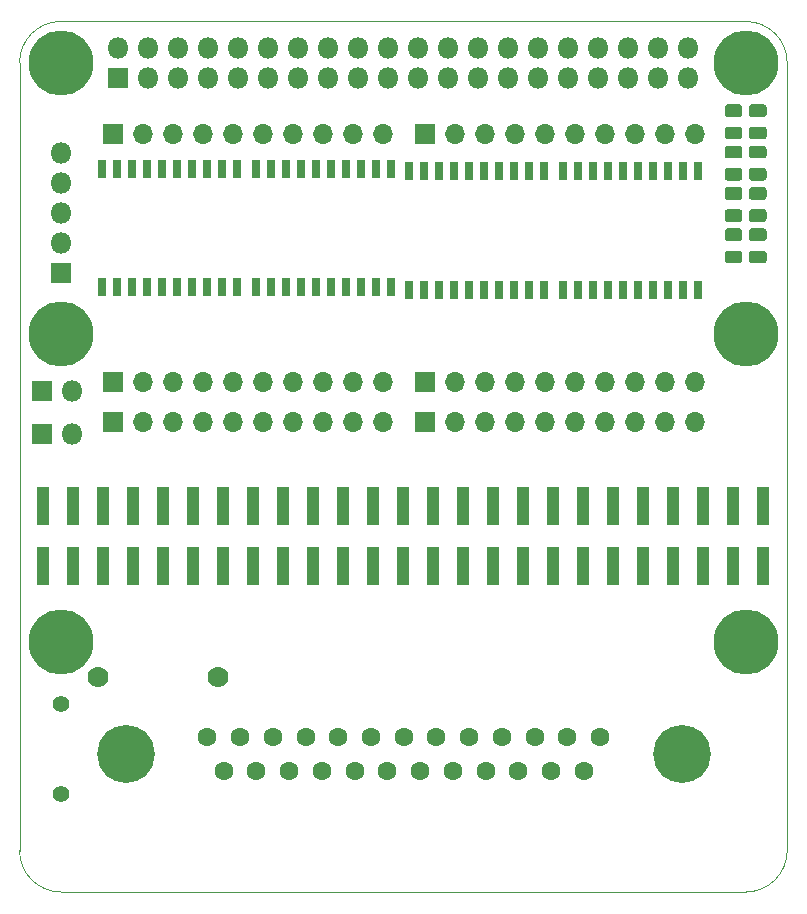
<source format=gbr>
%TF.GenerationSoftware,KiCad,Pcbnew,(5.1.4)-1*%
%TF.CreationDate,2020-08-14T14:12:09-05:00*%
%TF.ProjectId,rascsi_din,72617363-7369-45f6-9469-6e2e6b696361,rev?*%
%TF.SameCoordinates,Original*%
%TF.FileFunction,Soldermask,Top*%
%TF.FilePolarity,Negative*%
%FSLAX46Y46*%
G04 Gerber Fmt 4.6, Leading zero omitted, Abs format (unit mm)*
G04 Created by KiCad (PCBNEW (5.1.4)-1) date 2020-08-14 14:12:09*
%MOMM*%
%LPD*%
G04 APERTURE LIST*
%ADD10C,0.050000*%
%ADD11C,4.900000*%
%ADD12C,1.600000*%
%ADD13O,1.800000X1.800000*%
%ADD14R,1.800000X1.800000*%
%ADD15O,1.700000X1.700000*%
%ADD16R,1.700000X1.700000*%
%ADD17C,0.900000*%
%ADD18C,5.500000*%
%ADD19C,0.150000*%
%ADD20C,1.075000*%
%ADD21R,0.701600X1.601600*%
%ADD22R,1.100000X3.250000*%
%ADD23C,1.422400*%
%ADD24C,1.778000*%
G04 APERTURE END LIST*
D10*
X178000000Y-116200000D02*
X236000000Y-116200000D01*
X178000000Y-116200000D02*
G75*
G02X174500000Y-112700000I0J3500000D01*
G01*
X239500000Y-112700000D02*
G75*
G02X236000000Y-116200000I-3500000J0D01*
G01*
X174500000Y-46000000D02*
X174500000Y-112700000D01*
X239500000Y-46000000D02*
X239500000Y-112700000D01*
X178000000Y-42500000D02*
X236000000Y-42500000D01*
X174500000Y-46000000D02*
G75*
G02X178000000Y-42500000I3500000J0D01*
G01*
X236000000Y-42500000D02*
G75*
G02X239500000Y-46000000I0J-3500000D01*
G01*
D11*
%TO.C,J2*%
X183480000Y-104510000D03*
X230580000Y-104510000D03*
D12*
X191795000Y-105930000D03*
X194565000Y-105930000D03*
X197335000Y-105930000D03*
X200105000Y-105930000D03*
X202875000Y-105930000D03*
X205645000Y-105930000D03*
X208415000Y-105930000D03*
X211185000Y-105930000D03*
X213955000Y-105930000D03*
X216725000Y-105930000D03*
X219495000Y-105930000D03*
X222265000Y-105930000D03*
X190410000Y-103090000D03*
X193180000Y-103090000D03*
X195950000Y-103090000D03*
X198720000Y-103090000D03*
X201490000Y-103090000D03*
X204260000Y-103090000D03*
X207030000Y-103090000D03*
X209800000Y-103090000D03*
X212570000Y-103090000D03*
X215340000Y-103090000D03*
X218110000Y-103090000D03*
X220880000Y-103090000D03*
X223650000Y-103090000D03*
%TD*%
D13*
%TO.C,J1*%
X231140000Y-44730000D03*
X231140000Y-47270000D03*
X228600000Y-44730000D03*
X228600000Y-47270000D03*
X226060000Y-44730000D03*
X226060000Y-47270000D03*
X223520000Y-44730000D03*
X223520000Y-47270000D03*
X220980000Y-44730000D03*
X220980000Y-47270000D03*
X218440000Y-44730000D03*
X218440000Y-47270000D03*
X215900000Y-44730000D03*
X215900000Y-47270000D03*
X213360000Y-44730000D03*
X213360000Y-47270000D03*
X210820000Y-44730000D03*
X210820000Y-47270000D03*
X208280000Y-44730000D03*
X208280000Y-47270000D03*
X205740000Y-44730000D03*
X205740000Y-47270000D03*
X203200000Y-44730000D03*
X203200000Y-47270000D03*
X200660000Y-44730000D03*
X200660000Y-47270000D03*
X198120000Y-44730000D03*
X198120000Y-47270000D03*
X195580000Y-44730000D03*
X195580000Y-47270000D03*
X193040000Y-44730000D03*
X193040000Y-47270000D03*
X190500000Y-44730000D03*
X190500000Y-47270000D03*
X187960000Y-44730000D03*
X187960000Y-47270000D03*
X185420000Y-44730000D03*
X185420000Y-47270000D03*
X182880000Y-44730000D03*
D14*
X182880000Y-47270000D03*
%TD*%
D15*
%TO.C,RN5*%
X231660000Y-72990000D03*
X229120000Y-72990000D03*
X226580000Y-72990000D03*
X224040000Y-72990000D03*
X221500000Y-72990000D03*
X218960000Y-72990000D03*
X216420000Y-72990000D03*
X213880000Y-72990000D03*
X211340000Y-72990000D03*
D16*
X208800000Y-72990000D03*
%TD*%
D17*
%TO.C,H2*%
X237431891Y-44568109D03*
X236000000Y-43975000D03*
X234568109Y-44568109D03*
X233975000Y-46000000D03*
X234568109Y-47431891D03*
X236000000Y-48025000D03*
X237431891Y-47431891D03*
X238025000Y-46000000D03*
D18*
X236000000Y-46000000D03*
%TD*%
D17*
%TO.C,H1*%
X179431891Y-44568109D03*
X178000000Y-43975000D03*
X176568109Y-44568109D03*
X175975000Y-46000000D03*
X176568109Y-47431891D03*
X178000000Y-48025000D03*
X179431891Y-47431891D03*
X180025000Y-46000000D03*
D18*
X178000000Y-46000000D03*
%TD*%
D13*
%TO.C,J4*%
X178010000Y-53620000D03*
X178010000Y-56160000D03*
X178010000Y-58700000D03*
X178010000Y-61240000D03*
D14*
X178010000Y-63780000D03*
%TD*%
D13*
%TO.C,JP2*%
X178940000Y-73800000D03*
D14*
X176400000Y-73800000D03*
%TD*%
D13*
%TO.C,JP1*%
X178940000Y-77400000D03*
D14*
X176400000Y-77400000D03*
%TD*%
D17*
%TO.C,H6*%
X237431891Y-93568109D03*
X236000000Y-92975000D03*
X234568109Y-93568109D03*
X233975000Y-95000000D03*
X234568109Y-96431891D03*
X236000000Y-97025000D03*
X237431891Y-96431891D03*
X238025000Y-95000000D03*
D18*
X236000000Y-95000000D03*
%TD*%
D17*
%TO.C,H5*%
X179431891Y-93568109D03*
X178000000Y-92975000D03*
X176568109Y-93568109D03*
X175975000Y-95000000D03*
X176568109Y-96431891D03*
X178000000Y-97025000D03*
X179431891Y-96431891D03*
X180025000Y-95000000D03*
D18*
X178000000Y-95000000D03*
%TD*%
D17*
%TO.C,H4*%
X237431891Y-67568109D03*
X236000000Y-66975000D03*
X234568109Y-67568109D03*
X233975000Y-69000000D03*
X234568109Y-70431891D03*
X236000000Y-71025000D03*
X237431891Y-70431891D03*
X238025000Y-69000000D03*
D18*
X236000000Y-69000000D03*
%TD*%
D17*
%TO.C,H3*%
X179431891Y-67568109D03*
X178000000Y-66975000D03*
X176568109Y-67568109D03*
X175975000Y-69000000D03*
X176568109Y-70431891D03*
X178000000Y-71025000D03*
X179431891Y-70431891D03*
X180025000Y-69000000D03*
D18*
X178000000Y-69000000D03*
%TD*%
D19*
%TO.C,R4*%
G36*
X235457592Y-58401294D02*
G01*
X235483681Y-58405164D01*
X235509264Y-58411572D01*
X235534096Y-58420457D01*
X235557938Y-58431734D01*
X235580560Y-58445293D01*
X235601743Y-58461003D01*
X235621285Y-58478715D01*
X235638997Y-58498257D01*
X235654707Y-58519440D01*
X235668266Y-58542062D01*
X235679543Y-58565904D01*
X235688428Y-58590736D01*
X235694836Y-58616319D01*
X235698706Y-58642408D01*
X235700000Y-58668750D01*
X235700000Y-59206250D01*
X235698706Y-59232592D01*
X235694836Y-59258681D01*
X235688428Y-59284264D01*
X235679543Y-59309096D01*
X235668266Y-59332938D01*
X235654707Y-59355560D01*
X235638997Y-59376743D01*
X235621285Y-59396285D01*
X235601743Y-59413997D01*
X235580560Y-59429707D01*
X235557938Y-59443266D01*
X235534096Y-59454543D01*
X235509264Y-59463428D01*
X235483681Y-59469836D01*
X235457592Y-59473706D01*
X235431250Y-59475000D01*
X234468750Y-59475000D01*
X234442408Y-59473706D01*
X234416319Y-59469836D01*
X234390736Y-59463428D01*
X234365904Y-59454543D01*
X234342062Y-59443266D01*
X234319440Y-59429707D01*
X234298257Y-59413997D01*
X234278715Y-59396285D01*
X234261003Y-59376743D01*
X234245293Y-59355560D01*
X234231734Y-59332938D01*
X234220457Y-59309096D01*
X234211572Y-59284264D01*
X234205164Y-59258681D01*
X234201294Y-59232592D01*
X234200000Y-59206250D01*
X234200000Y-58668750D01*
X234201294Y-58642408D01*
X234205164Y-58616319D01*
X234211572Y-58590736D01*
X234220457Y-58565904D01*
X234231734Y-58542062D01*
X234245293Y-58519440D01*
X234261003Y-58498257D01*
X234278715Y-58478715D01*
X234298257Y-58461003D01*
X234319440Y-58445293D01*
X234342062Y-58431734D01*
X234365904Y-58420457D01*
X234390736Y-58411572D01*
X234416319Y-58405164D01*
X234442408Y-58401294D01*
X234468750Y-58400000D01*
X235431250Y-58400000D01*
X235457592Y-58401294D01*
X235457592Y-58401294D01*
G37*
D20*
X234950000Y-58937500D03*
D19*
G36*
X235457592Y-56526294D02*
G01*
X235483681Y-56530164D01*
X235509264Y-56536572D01*
X235534096Y-56545457D01*
X235557938Y-56556734D01*
X235580560Y-56570293D01*
X235601743Y-56586003D01*
X235621285Y-56603715D01*
X235638997Y-56623257D01*
X235654707Y-56644440D01*
X235668266Y-56667062D01*
X235679543Y-56690904D01*
X235688428Y-56715736D01*
X235694836Y-56741319D01*
X235698706Y-56767408D01*
X235700000Y-56793750D01*
X235700000Y-57331250D01*
X235698706Y-57357592D01*
X235694836Y-57383681D01*
X235688428Y-57409264D01*
X235679543Y-57434096D01*
X235668266Y-57457938D01*
X235654707Y-57480560D01*
X235638997Y-57501743D01*
X235621285Y-57521285D01*
X235601743Y-57538997D01*
X235580560Y-57554707D01*
X235557938Y-57568266D01*
X235534096Y-57579543D01*
X235509264Y-57588428D01*
X235483681Y-57594836D01*
X235457592Y-57598706D01*
X235431250Y-57600000D01*
X234468750Y-57600000D01*
X234442408Y-57598706D01*
X234416319Y-57594836D01*
X234390736Y-57588428D01*
X234365904Y-57579543D01*
X234342062Y-57568266D01*
X234319440Y-57554707D01*
X234298257Y-57538997D01*
X234278715Y-57521285D01*
X234261003Y-57501743D01*
X234245293Y-57480560D01*
X234231734Y-57457938D01*
X234220457Y-57434096D01*
X234211572Y-57409264D01*
X234205164Y-57383681D01*
X234201294Y-57357592D01*
X234200000Y-57331250D01*
X234200000Y-56793750D01*
X234201294Y-56767408D01*
X234205164Y-56741319D01*
X234211572Y-56715736D01*
X234220457Y-56690904D01*
X234231734Y-56667062D01*
X234245293Y-56644440D01*
X234261003Y-56623257D01*
X234278715Y-56603715D01*
X234298257Y-56586003D01*
X234319440Y-56570293D01*
X234342062Y-56556734D01*
X234365904Y-56545457D01*
X234390736Y-56536572D01*
X234416319Y-56530164D01*
X234442408Y-56526294D01*
X234468750Y-56525000D01*
X235431250Y-56525000D01*
X235457592Y-56526294D01*
X235457592Y-56526294D01*
G37*
D20*
X234950000Y-57062500D03*
%TD*%
D19*
%TO.C,R3*%
G36*
X235457592Y-61901294D02*
G01*
X235483681Y-61905164D01*
X235509264Y-61911572D01*
X235534096Y-61920457D01*
X235557938Y-61931734D01*
X235580560Y-61945293D01*
X235601743Y-61961003D01*
X235621285Y-61978715D01*
X235638997Y-61998257D01*
X235654707Y-62019440D01*
X235668266Y-62042062D01*
X235679543Y-62065904D01*
X235688428Y-62090736D01*
X235694836Y-62116319D01*
X235698706Y-62142408D01*
X235700000Y-62168750D01*
X235700000Y-62706250D01*
X235698706Y-62732592D01*
X235694836Y-62758681D01*
X235688428Y-62784264D01*
X235679543Y-62809096D01*
X235668266Y-62832938D01*
X235654707Y-62855560D01*
X235638997Y-62876743D01*
X235621285Y-62896285D01*
X235601743Y-62913997D01*
X235580560Y-62929707D01*
X235557938Y-62943266D01*
X235534096Y-62954543D01*
X235509264Y-62963428D01*
X235483681Y-62969836D01*
X235457592Y-62973706D01*
X235431250Y-62975000D01*
X234468750Y-62975000D01*
X234442408Y-62973706D01*
X234416319Y-62969836D01*
X234390736Y-62963428D01*
X234365904Y-62954543D01*
X234342062Y-62943266D01*
X234319440Y-62929707D01*
X234298257Y-62913997D01*
X234278715Y-62896285D01*
X234261003Y-62876743D01*
X234245293Y-62855560D01*
X234231734Y-62832938D01*
X234220457Y-62809096D01*
X234211572Y-62784264D01*
X234205164Y-62758681D01*
X234201294Y-62732592D01*
X234200000Y-62706250D01*
X234200000Y-62168750D01*
X234201294Y-62142408D01*
X234205164Y-62116319D01*
X234211572Y-62090736D01*
X234220457Y-62065904D01*
X234231734Y-62042062D01*
X234245293Y-62019440D01*
X234261003Y-61998257D01*
X234278715Y-61978715D01*
X234298257Y-61961003D01*
X234319440Y-61945293D01*
X234342062Y-61931734D01*
X234365904Y-61920457D01*
X234390736Y-61911572D01*
X234416319Y-61905164D01*
X234442408Y-61901294D01*
X234468750Y-61900000D01*
X235431250Y-61900000D01*
X235457592Y-61901294D01*
X235457592Y-61901294D01*
G37*
D20*
X234950000Y-62437500D03*
D19*
G36*
X235457592Y-60026294D02*
G01*
X235483681Y-60030164D01*
X235509264Y-60036572D01*
X235534096Y-60045457D01*
X235557938Y-60056734D01*
X235580560Y-60070293D01*
X235601743Y-60086003D01*
X235621285Y-60103715D01*
X235638997Y-60123257D01*
X235654707Y-60144440D01*
X235668266Y-60167062D01*
X235679543Y-60190904D01*
X235688428Y-60215736D01*
X235694836Y-60241319D01*
X235698706Y-60267408D01*
X235700000Y-60293750D01*
X235700000Y-60831250D01*
X235698706Y-60857592D01*
X235694836Y-60883681D01*
X235688428Y-60909264D01*
X235679543Y-60934096D01*
X235668266Y-60957938D01*
X235654707Y-60980560D01*
X235638997Y-61001743D01*
X235621285Y-61021285D01*
X235601743Y-61038997D01*
X235580560Y-61054707D01*
X235557938Y-61068266D01*
X235534096Y-61079543D01*
X235509264Y-61088428D01*
X235483681Y-61094836D01*
X235457592Y-61098706D01*
X235431250Y-61100000D01*
X234468750Y-61100000D01*
X234442408Y-61098706D01*
X234416319Y-61094836D01*
X234390736Y-61088428D01*
X234365904Y-61079543D01*
X234342062Y-61068266D01*
X234319440Y-61054707D01*
X234298257Y-61038997D01*
X234278715Y-61021285D01*
X234261003Y-61001743D01*
X234245293Y-60980560D01*
X234231734Y-60957938D01*
X234220457Y-60934096D01*
X234211572Y-60909264D01*
X234205164Y-60883681D01*
X234201294Y-60857592D01*
X234200000Y-60831250D01*
X234200000Y-60293750D01*
X234201294Y-60267408D01*
X234205164Y-60241319D01*
X234211572Y-60215736D01*
X234220457Y-60190904D01*
X234231734Y-60167062D01*
X234245293Y-60144440D01*
X234261003Y-60123257D01*
X234278715Y-60103715D01*
X234298257Y-60086003D01*
X234319440Y-60070293D01*
X234342062Y-60056734D01*
X234365904Y-60045457D01*
X234390736Y-60036572D01*
X234416319Y-60030164D01*
X234442408Y-60026294D01*
X234468750Y-60025000D01*
X235431250Y-60025000D01*
X235457592Y-60026294D01*
X235457592Y-60026294D01*
G37*
D20*
X234950000Y-60562500D03*
%TD*%
D19*
%TO.C,R2*%
G36*
X235457592Y-51401294D02*
G01*
X235483681Y-51405164D01*
X235509264Y-51411572D01*
X235534096Y-51420457D01*
X235557938Y-51431734D01*
X235580560Y-51445293D01*
X235601743Y-51461003D01*
X235621285Y-51478715D01*
X235638997Y-51498257D01*
X235654707Y-51519440D01*
X235668266Y-51542062D01*
X235679543Y-51565904D01*
X235688428Y-51590736D01*
X235694836Y-51616319D01*
X235698706Y-51642408D01*
X235700000Y-51668750D01*
X235700000Y-52206250D01*
X235698706Y-52232592D01*
X235694836Y-52258681D01*
X235688428Y-52284264D01*
X235679543Y-52309096D01*
X235668266Y-52332938D01*
X235654707Y-52355560D01*
X235638997Y-52376743D01*
X235621285Y-52396285D01*
X235601743Y-52413997D01*
X235580560Y-52429707D01*
X235557938Y-52443266D01*
X235534096Y-52454543D01*
X235509264Y-52463428D01*
X235483681Y-52469836D01*
X235457592Y-52473706D01*
X235431250Y-52475000D01*
X234468750Y-52475000D01*
X234442408Y-52473706D01*
X234416319Y-52469836D01*
X234390736Y-52463428D01*
X234365904Y-52454543D01*
X234342062Y-52443266D01*
X234319440Y-52429707D01*
X234298257Y-52413997D01*
X234278715Y-52396285D01*
X234261003Y-52376743D01*
X234245293Y-52355560D01*
X234231734Y-52332938D01*
X234220457Y-52309096D01*
X234211572Y-52284264D01*
X234205164Y-52258681D01*
X234201294Y-52232592D01*
X234200000Y-52206250D01*
X234200000Y-51668750D01*
X234201294Y-51642408D01*
X234205164Y-51616319D01*
X234211572Y-51590736D01*
X234220457Y-51565904D01*
X234231734Y-51542062D01*
X234245293Y-51519440D01*
X234261003Y-51498257D01*
X234278715Y-51478715D01*
X234298257Y-51461003D01*
X234319440Y-51445293D01*
X234342062Y-51431734D01*
X234365904Y-51420457D01*
X234390736Y-51411572D01*
X234416319Y-51405164D01*
X234442408Y-51401294D01*
X234468750Y-51400000D01*
X235431250Y-51400000D01*
X235457592Y-51401294D01*
X235457592Y-51401294D01*
G37*
D20*
X234950000Y-51937500D03*
D19*
G36*
X235457592Y-49526294D02*
G01*
X235483681Y-49530164D01*
X235509264Y-49536572D01*
X235534096Y-49545457D01*
X235557938Y-49556734D01*
X235580560Y-49570293D01*
X235601743Y-49586003D01*
X235621285Y-49603715D01*
X235638997Y-49623257D01*
X235654707Y-49644440D01*
X235668266Y-49667062D01*
X235679543Y-49690904D01*
X235688428Y-49715736D01*
X235694836Y-49741319D01*
X235698706Y-49767408D01*
X235700000Y-49793750D01*
X235700000Y-50331250D01*
X235698706Y-50357592D01*
X235694836Y-50383681D01*
X235688428Y-50409264D01*
X235679543Y-50434096D01*
X235668266Y-50457938D01*
X235654707Y-50480560D01*
X235638997Y-50501743D01*
X235621285Y-50521285D01*
X235601743Y-50538997D01*
X235580560Y-50554707D01*
X235557938Y-50568266D01*
X235534096Y-50579543D01*
X235509264Y-50588428D01*
X235483681Y-50594836D01*
X235457592Y-50598706D01*
X235431250Y-50600000D01*
X234468750Y-50600000D01*
X234442408Y-50598706D01*
X234416319Y-50594836D01*
X234390736Y-50588428D01*
X234365904Y-50579543D01*
X234342062Y-50568266D01*
X234319440Y-50554707D01*
X234298257Y-50538997D01*
X234278715Y-50521285D01*
X234261003Y-50501743D01*
X234245293Y-50480560D01*
X234231734Y-50457938D01*
X234220457Y-50434096D01*
X234211572Y-50409264D01*
X234205164Y-50383681D01*
X234201294Y-50357592D01*
X234200000Y-50331250D01*
X234200000Y-49793750D01*
X234201294Y-49767408D01*
X234205164Y-49741319D01*
X234211572Y-49715736D01*
X234220457Y-49690904D01*
X234231734Y-49667062D01*
X234245293Y-49644440D01*
X234261003Y-49623257D01*
X234278715Y-49603715D01*
X234298257Y-49586003D01*
X234319440Y-49570293D01*
X234342062Y-49556734D01*
X234365904Y-49545457D01*
X234390736Y-49536572D01*
X234416319Y-49530164D01*
X234442408Y-49526294D01*
X234468750Y-49525000D01*
X235431250Y-49525000D01*
X235457592Y-49526294D01*
X235457592Y-49526294D01*
G37*
D20*
X234950000Y-50062500D03*
%TD*%
D19*
%TO.C,R1*%
G36*
X235457592Y-54901294D02*
G01*
X235483681Y-54905164D01*
X235509264Y-54911572D01*
X235534096Y-54920457D01*
X235557938Y-54931734D01*
X235580560Y-54945293D01*
X235601743Y-54961003D01*
X235621285Y-54978715D01*
X235638997Y-54998257D01*
X235654707Y-55019440D01*
X235668266Y-55042062D01*
X235679543Y-55065904D01*
X235688428Y-55090736D01*
X235694836Y-55116319D01*
X235698706Y-55142408D01*
X235700000Y-55168750D01*
X235700000Y-55706250D01*
X235698706Y-55732592D01*
X235694836Y-55758681D01*
X235688428Y-55784264D01*
X235679543Y-55809096D01*
X235668266Y-55832938D01*
X235654707Y-55855560D01*
X235638997Y-55876743D01*
X235621285Y-55896285D01*
X235601743Y-55913997D01*
X235580560Y-55929707D01*
X235557938Y-55943266D01*
X235534096Y-55954543D01*
X235509264Y-55963428D01*
X235483681Y-55969836D01*
X235457592Y-55973706D01*
X235431250Y-55975000D01*
X234468750Y-55975000D01*
X234442408Y-55973706D01*
X234416319Y-55969836D01*
X234390736Y-55963428D01*
X234365904Y-55954543D01*
X234342062Y-55943266D01*
X234319440Y-55929707D01*
X234298257Y-55913997D01*
X234278715Y-55896285D01*
X234261003Y-55876743D01*
X234245293Y-55855560D01*
X234231734Y-55832938D01*
X234220457Y-55809096D01*
X234211572Y-55784264D01*
X234205164Y-55758681D01*
X234201294Y-55732592D01*
X234200000Y-55706250D01*
X234200000Y-55168750D01*
X234201294Y-55142408D01*
X234205164Y-55116319D01*
X234211572Y-55090736D01*
X234220457Y-55065904D01*
X234231734Y-55042062D01*
X234245293Y-55019440D01*
X234261003Y-54998257D01*
X234278715Y-54978715D01*
X234298257Y-54961003D01*
X234319440Y-54945293D01*
X234342062Y-54931734D01*
X234365904Y-54920457D01*
X234390736Y-54911572D01*
X234416319Y-54905164D01*
X234442408Y-54901294D01*
X234468750Y-54900000D01*
X235431250Y-54900000D01*
X235457592Y-54901294D01*
X235457592Y-54901294D01*
G37*
D20*
X234950000Y-55437500D03*
D19*
G36*
X235457592Y-53026294D02*
G01*
X235483681Y-53030164D01*
X235509264Y-53036572D01*
X235534096Y-53045457D01*
X235557938Y-53056734D01*
X235580560Y-53070293D01*
X235601743Y-53086003D01*
X235621285Y-53103715D01*
X235638997Y-53123257D01*
X235654707Y-53144440D01*
X235668266Y-53167062D01*
X235679543Y-53190904D01*
X235688428Y-53215736D01*
X235694836Y-53241319D01*
X235698706Y-53267408D01*
X235700000Y-53293750D01*
X235700000Y-53831250D01*
X235698706Y-53857592D01*
X235694836Y-53883681D01*
X235688428Y-53909264D01*
X235679543Y-53934096D01*
X235668266Y-53957938D01*
X235654707Y-53980560D01*
X235638997Y-54001743D01*
X235621285Y-54021285D01*
X235601743Y-54038997D01*
X235580560Y-54054707D01*
X235557938Y-54068266D01*
X235534096Y-54079543D01*
X235509264Y-54088428D01*
X235483681Y-54094836D01*
X235457592Y-54098706D01*
X235431250Y-54100000D01*
X234468750Y-54100000D01*
X234442408Y-54098706D01*
X234416319Y-54094836D01*
X234390736Y-54088428D01*
X234365904Y-54079543D01*
X234342062Y-54068266D01*
X234319440Y-54054707D01*
X234298257Y-54038997D01*
X234278715Y-54021285D01*
X234261003Y-54001743D01*
X234245293Y-53980560D01*
X234231734Y-53957938D01*
X234220457Y-53934096D01*
X234211572Y-53909264D01*
X234205164Y-53883681D01*
X234201294Y-53857592D01*
X234200000Y-53831250D01*
X234200000Y-53293750D01*
X234201294Y-53267408D01*
X234205164Y-53241319D01*
X234211572Y-53215736D01*
X234220457Y-53190904D01*
X234231734Y-53167062D01*
X234245293Y-53144440D01*
X234261003Y-53123257D01*
X234278715Y-53103715D01*
X234298257Y-53086003D01*
X234319440Y-53070293D01*
X234342062Y-53056734D01*
X234365904Y-53045457D01*
X234390736Y-53036572D01*
X234416319Y-53030164D01*
X234442408Y-53026294D01*
X234468750Y-53025000D01*
X235431250Y-53025000D01*
X235457592Y-53026294D01*
X235457592Y-53026294D01*
G37*
D20*
X234950000Y-53562500D03*
%TD*%
D19*
%TO.C,D5*%
G36*
X237507592Y-56526294D02*
G01*
X237533681Y-56530164D01*
X237559264Y-56536572D01*
X237584096Y-56545457D01*
X237607938Y-56556734D01*
X237630560Y-56570293D01*
X237651743Y-56586003D01*
X237671285Y-56603715D01*
X237688997Y-56623257D01*
X237704707Y-56644440D01*
X237718266Y-56667062D01*
X237729543Y-56690904D01*
X237738428Y-56715736D01*
X237744836Y-56741319D01*
X237748706Y-56767408D01*
X237750000Y-56793750D01*
X237750000Y-57331250D01*
X237748706Y-57357592D01*
X237744836Y-57383681D01*
X237738428Y-57409264D01*
X237729543Y-57434096D01*
X237718266Y-57457938D01*
X237704707Y-57480560D01*
X237688997Y-57501743D01*
X237671285Y-57521285D01*
X237651743Y-57538997D01*
X237630560Y-57554707D01*
X237607938Y-57568266D01*
X237584096Y-57579543D01*
X237559264Y-57588428D01*
X237533681Y-57594836D01*
X237507592Y-57598706D01*
X237481250Y-57600000D01*
X236518750Y-57600000D01*
X236492408Y-57598706D01*
X236466319Y-57594836D01*
X236440736Y-57588428D01*
X236415904Y-57579543D01*
X236392062Y-57568266D01*
X236369440Y-57554707D01*
X236348257Y-57538997D01*
X236328715Y-57521285D01*
X236311003Y-57501743D01*
X236295293Y-57480560D01*
X236281734Y-57457938D01*
X236270457Y-57434096D01*
X236261572Y-57409264D01*
X236255164Y-57383681D01*
X236251294Y-57357592D01*
X236250000Y-57331250D01*
X236250000Y-56793750D01*
X236251294Y-56767408D01*
X236255164Y-56741319D01*
X236261572Y-56715736D01*
X236270457Y-56690904D01*
X236281734Y-56667062D01*
X236295293Y-56644440D01*
X236311003Y-56623257D01*
X236328715Y-56603715D01*
X236348257Y-56586003D01*
X236369440Y-56570293D01*
X236392062Y-56556734D01*
X236415904Y-56545457D01*
X236440736Y-56536572D01*
X236466319Y-56530164D01*
X236492408Y-56526294D01*
X236518750Y-56525000D01*
X237481250Y-56525000D01*
X237507592Y-56526294D01*
X237507592Y-56526294D01*
G37*
D20*
X237000000Y-57062500D03*
D19*
G36*
X237507592Y-58401294D02*
G01*
X237533681Y-58405164D01*
X237559264Y-58411572D01*
X237584096Y-58420457D01*
X237607938Y-58431734D01*
X237630560Y-58445293D01*
X237651743Y-58461003D01*
X237671285Y-58478715D01*
X237688997Y-58498257D01*
X237704707Y-58519440D01*
X237718266Y-58542062D01*
X237729543Y-58565904D01*
X237738428Y-58590736D01*
X237744836Y-58616319D01*
X237748706Y-58642408D01*
X237750000Y-58668750D01*
X237750000Y-59206250D01*
X237748706Y-59232592D01*
X237744836Y-59258681D01*
X237738428Y-59284264D01*
X237729543Y-59309096D01*
X237718266Y-59332938D01*
X237704707Y-59355560D01*
X237688997Y-59376743D01*
X237671285Y-59396285D01*
X237651743Y-59413997D01*
X237630560Y-59429707D01*
X237607938Y-59443266D01*
X237584096Y-59454543D01*
X237559264Y-59463428D01*
X237533681Y-59469836D01*
X237507592Y-59473706D01*
X237481250Y-59475000D01*
X236518750Y-59475000D01*
X236492408Y-59473706D01*
X236466319Y-59469836D01*
X236440736Y-59463428D01*
X236415904Y-59454543D01*
X236392062Y-59443266D01*
X236369440Y-59429707D01*
X236348257Y-59413997D01*
X236328715Y-59396285D01*
X236311003Y-59376743D01*
X236295293Y-59355560D01*
X236281734Y-59332938D01*
X236270457Y-59309096D01*
X236261572Y-59284264D01*
X236255164Y-59258681D01*
X236251294Y-59232592D01*
X236250000Y-59206250D01*
X236250000Y-58668750D01*
X236251294Y-58642408D01*
X236255164Y-58616319D01*
X236261572Y-58590736D01*
X236270457Y-58565904D01*
X236281734Y-58542062D01*
X236295293Y-58519440D01*
X236311003Y-58498257D01*
X236328715Y-58478715D01*
X236348257Y-58461003D01*
X236369440Y-58445293D01*
X236392062Y-58431734D01*
X236415904Y-58420457D01*
X236440736Y-58411572D01*
X236466319Y-58405164D01*
X236492408Y-58401294D01*
X236518750Y-58400000D01*
X237481250Y-58400000D01*
X237507592Y-58401294D01*
X237507592Y-58401294D01*
G37*
D20*
X237000000Y-58937500D03*
%TD*%
D19*
%TO.C,D4*%
G36*
X237507592Y-60026294D02*
G01*
X237533681Y-60030164D01*
X237559264Y-60036572D01*
X237584096Y-60045457D01*
X237607938Y-60056734D01*
X237630560Y-60070293D01*
X237651743Y-60086003D01*
X237671285Y-60103715D01*
X237688997Y-60123257D01*
X237704707Y-60144440D01*
X237718266Y-60167062D01*
X237729543Y-60190904D01*
X237738428Y-60215736D01*
X237744836Y-60241319D01*
X237748706Y-60267408D01*
X237750000Y-60293750D01*
X237750000Y-60831250D01*
X237748706Y-60857592D01*
X237744836Y-60883681D01*
X237738428Y-60909264D01*
X237729543Y-60934096D01*
X237718266Y-60957938D01*
X237704707Y-60980560D01*
X237688997Y-61001743D01*
X237671285Y-61021285D01*
X237651743Y-61038997D01*
X237630560Y-61054707D01*
X237607938Y-61068266D01*
X237584096Y-61079543D01*
X237559264Y-61088428D01*
X237533681Y-61094836D01*
X237507592Y-61098706D01*
X237481250Y-61100000D01*
X236518750Y-61100000D01*
X236492408Y-61098706D01*
X236466319Y-61094836D01*
X236440736Y-61088428D01*
X236415904Y-61079543D01*
X236392062Y-61068266D01*
X236369440Y-61054707D01*
X236348257Y-61038997D01*
X236328715Y-61021285D01*
X236311003Y-61001743D01*
X236295293Y-60980560D01*
X236281734Y-60957938D01*
X236270457Y-60934096D01*
X236261572Y-60909264D01*
X236255164Y-60883681D01*
X236251294Y-60857592D01*
X236250000Y-60831250D01*
X236250000Y-60293750D01*
X236251294Y-60267408D01*
X236255164Y-60241319D01*
X236261572Y-60215736D01*
X236270457Y-60190904D01*
X236281734Y-60167062D01*
X236295293Y-60144440D01*
X236311003Y-60123257D01*
X236328715Y-60103715D01*
X236348257Y-60086003D01*
X236369440Y-60070293D01*
X236392062Y-60056734D01*
X236415904Y-60045457D01*
X236440736Y-60036572D01*
X236466319Y-60030164D01*
X236492408Y-60026294D01*
X236518750Y-60025000D01*
X237481250Y-60025000D01*
X237507592Y-60026294D01*
X237507592Y-60026294D01*
G37*
D20*
X237000000Y-60562500D03*
D19*
G36*
X237507592Y-61901294D02*
G01*
X237533681Y-61905164D01*
X237559264Y-61911572D01*
X237584096Y-61920457D01*
X237607938Y-61931734D01*
X237630560Y-61945293D01*
X237651743Y-61961003D01*
X237671285Y-61978715D01*
X237688997Y-61998257D01*
X237704707Y-62019440D01*
X237718266Y-62042062D01*
X237729543Y-62065904D01*
X237738428Y-62090736D01*
X237744836Y-62116319D01*
X237748706Y-62142408D01*
X237750000Y-62168750D01*
X237750000Y-62706250D01*
X237748706Y-62732592D01*
X237744836Y-62758681D01*
X237738428Y-62784264D01*
X237729543Y-62809096D01*
X237718266Y-62832938D01*
X237704707Y-62855560D01*
X237688997Y-62876743D01*
X237671285Y-62896285D01*
X237651743Y-62913997D01*
X237630560Y-62929707D01*
X237607938Y-62943266D01*
X237584096Y-62954543D01*
X237559264Y-62963428D01*
X237533681Y-62969836D01*
X237507592Y-62973706D01*
X237481250Y-62975000D01*
X236518750Y-62975000D01*
X236492408Y-62973706D01*
X236466319Y-62969836D01*
X236440736Y-62963428D01*
X236415904Y-62954543D01*
X236392062Y-62943266D01*
X236369440Y-62929707D01*
X236348257Y-62913997D01*
X236328715Y-62896285D01*
X236311003Y-62876743D01*
X236295293Y-62855560D01*
X236281734Y-62832938D01*
X236270457Y-62809096D01*
X236261572Y-62784264D01*
X236255164Y-62758681D01*
X236251294Y-62732592D01*
X236250000Y-62706250D01*
X236250000Y-62168750D01*
X236251294Y-62142408D01*
X236255164Y-62116319D01*
X236261572Y-62090736D01*
X236270457Y-62065904D01*
X236281734Y-62042062D01*
X236295293Y-62019440D01*
X236311003Y-61998257D01*
X236328715Y-61978715D01*
X236348257Y-61961003D01*
X236369440Y-61945293D01*
X236392062Y-61931734D01*
X236415904Y-61920457D01*
X236440736Y-61911572D01*
X236466319Y-61905164D01*
X236492408Y-61901294D01*
X236518750Y-61900000D01*
X237481250Y-61900000D01*
X237507592Y-61901294D01*
X237507592Y-61901294D01*
G37*
D20*
X237000000Y-62437500D03*
%TD*%
D19*
%TO.C,D3*%
G36*
X237507592Y-49526294D02*
G01*
X237533681Y-49530164D01*
X237559264Y-49536572D01*
X237584096Y-49545457D01*
X237607938Y-49556734D01*
X237630560Y-49570293D01*
X237651743Y-49586003D01*
X237671285Y-49603715D01*
X237688997Y-49623257D01*
X237704707Y-49644440D01*
X237718266Y-49667062D01*
X237729543Y-49690904D01*
X237738428Y-49715736D01*
X237744836Y-49741319D01*
X237748706Y-49767408D01*
X237750000Y-49793750D01*
X237750000Y-50331250D01*
X237748706Y-50357592D01*
X237744836Y-50383681D01*
X237738428Y-50409264D01*
X237729543Y-50434096D01*
X237718266Y-50457938D01*
X237704707Y-50480560D01*
X237688997Y-50501743D01*
X237671285Y-50521285D01*
X237651743Y-50538997D01*
X237630560Y-50554707D01*
X237607938Y-50568266D01*
X237584096Y-50579543D01*
X237559264Y-50588428D01*
X237533681Y-50594836D01*
X237507592Y-50598706D01*
X237481250Y-50600000D01*
X236518750Y-50600000D01*
X236492408Y-50598706D01*
X236466319Y-50594836D01*
X236440736Y-50588428D01*
X236415904Y-50579543D01*
X236392062Y-50568266D01*
X236369440Y-50554707D01*
X236348257Y-50538997D01*
X236328715Y-50521285D01*
X236311003Y-50501743D01*
X236295293Y-50480560D01*
X236281734Y-50457938D01*
X236270457Y-50434096D01*
X236261572Y-50409264D01*
X236255164Y-50383681D01*
X236251294Y-50357592D01*
X236250000Y-50331250D01*
X236250000Y-49793750D01*
X236251294Y-49767408D01*
X236255164Y-49741319D01*
X236261572Y-49715736D01*
X236270457Y-49690904D01*
X236281734Y-49667062D01*
X236295293Y-49644440D01*
X236311003Y-49623257D01*
X236328715Y-49603715D01*
X236348257Y-49586003D01*
X236369440Y-49570293D01*
X236392062Y-49556734D01*
X236415904Y-49545457D01*
X236440736Y-49536572D01*
X236466319Y-49530164D01*
X236492408Y-49526294D01*
X236518750Y-49525000D01*
X237481250Y-49525000D01*
X237507592Y-49526294D01*
X237507592Y-49526294D01*
G37*
D20*
X237000000Y-50062500D03*
D19*
G36*
X237507592Y-51401294D02*
G01*
X237533681Y-51405164D01*
X237559264Y-51411572D01*
X237584096Y-51420457D01*
X237607938Y-51431734D01*
X237630560Y-51445293D01*
X237651743Y-51461003D01*
X237671285Y-51478715D01*
X237688997Y-51498257D01*
X237704707Y-51519440D01*
X237718266Y-51542062D01*
X237729543Y-51565904D01*
X237738428Y-51590736D01*
X237744836Y-51616319D01*
X237748706Y-51642408D01*
X237750000Y-51668750D01*
X237750000Y-52206250D01*
X237748706Y-52232592D01*
X237744836Y-52258681D01*
X237738428Y-52284264D01*
X237729543Y-52309096D01*
X237718266Y-52332938D01*
X237704707Y-52355560D01*
X237688997Y-52376743D01*
X237671285Y-52396285D01*
X237651743Y-52413997D01*
X237630560Y-52429707D01*
X237607938Y-52443266D01*
X237584096Y-52454543D01*
X237559264Y-52463428D01*
X237533681Y-52469836D01*
X237507592Y-52473706D01*
X237481250Y-52475000D01*
X236518750Y-52475000D01*
X236492408Y-52473706D01*
X236466319Y-52469836D01*
X236440736Y-52463428D01*
X236415904Y-52454543D01*
X236392062Y-52443266D01*
X236369440Y-52429707D01*
X236348257Y-52413997D01*
X236328715Y-52396285D01*
X236311003Y-52376743D01*
X236295293Y-52355560D01*
X236281734Y-52332938D01*
X236270457Y-52309096D01*
X236261572Y-52284264D01*
X236255164Y-52258681D01*
X236251294Y-52232592D01*
X236250000Y-52206250D01*
X236250000Y-51668750D01*
X236251294Y-51642408D01*
X236255164Y-51616319D01*
X236261572Y-51590736D01*
X236270457Y-51565904D01*
X236281734Y-51542062D01*
X236295293Y-51519440D01*
X236311003Y-51498257D01*
X236328715Y-51478715D01*
X236348257Y-51461003D01*
X236369440Y-51445293D01*
X236392062Y-51431734D01*
X236415904Y-51420457D01*
X236440736Y-51411572D01*
X236466319Y-51405164D01*
X236492408Y-51401294D01*
X236518750Y-51400000D01*
X237481250Y-51400000D01*
X237507592Y-51401294D01*
X237507592Y-51401294D01*
G37*
D20*
X237000000Y-51937500D03*
%TD*%
D19*
%TO.C,D2*%
G36*
X237507592Y-53026294D02*
G01*
X237533681Y-53030164D01*
X237559264Y-53036572D01*
X237584096Y-53045457D01*
X237607938Y-53056734D01*
X237630560Y-53070293D01*
X237651743Y-53086003D01*
X237671285Y-53103715D01*
X237688997Y-53123257D01*
X237704707Y-53144440D01*
X237718266Y-53167062D01*
X237729543Y-53190904D01*
X237738428Y-53215736D01*
X237744836Y-53241319D01*
X237748706Y-53267408D01*
X237750000Y-53293750D01*
X237750000Y-53831250D01*
X237748706Y-53857592D01*
X237744836Y-53883681D01*
X237738428Y-53909264D01*
X237729543Y-53934096D01*
X237718266Y-53957938D01*
X237704707Y-53980560D01*
X237688997Y-54001743D01*
X237671285Y-54021285D01*
X237651743Y-54038997D01*
X237630560Y-54054707D01*
X237607938Y-54068266D01*
X237584096Y-54079543D01*
X237559264Y-54088428D01*
X237533681Y-54094836D01*
X237507592Y-54098706D01*
X237481250Y-54100000D01*
X236518750Y-54100000D01*
X236492408Y-54098706D01*
X236466319Y-54094836D01*
X236440736Y-54088428D01*
X236415904Y-54079543D01*
X236392062Y-54068266D01*
X236369440Y-54054707D01*
X236348257Y-54038997D01*
X236328715Y-54021285D01*
X236311003Y-54001743D01*
X236295293Y-53980560D01*
X236281734Y-53957938D01*
X236270457Y-53934096D01*
X236261572Y-53909264D01*
X236255164Y-53883681D01*
X236251294Y-53857592D01*
X236250000Y-53831250D01*
X236250000Y-53293750D01*
X236251294Y-53267408D01*
X236255164Y-53241319D01*
X236261572Y-53215736D01*
X236270457Y-53190904D01*
X236281734Y-53167062D01*
X236295293Y-53144440D01*
X236311003Y-53123257D01*
X236328715Y-53103715D01*
X236348257Y-53086003D01*
X236369440Y-53070293D01*
X236392062Y-53056734D01*
X236415904Y-53045457D01*
X236440736Y-53036572D01*
X236466319Y-53030164D01*
X236492408Y-53026294D01*
X236518750Y-53025000D01*
X237481250Y-53025000D01*
X237507592Y-53026294D01*
X237507592Y-53026294D01*
G37*
D20*
X237000000Y-53562500D03*
D19*
G36*
X237507592Y-54901294D02*
G01*
X237533681Y-54905164D01*
X237559264Y-54911572D01*
X237584096Y-54920457D01*
X237607938Y-54931734D01*
X237630560Y-54945293D01*
X237651743Y-54961003D01*
X237671285Y-54978715D01*
X237688997Y-54998257D01*
X237704707Y-55019440D01*
X237718266Y-55042062D01*
X237729543Y-55065904D01*
X237738428Y-55090736D01*
X237744836Y-55116319D01*
X237748706Y-55142408D01*
X237750000Y-55168750D01*
X237750000Y-55706250D01*
X237748706Y-55732592D01*
X237744836Y-55758681D01*
X237738428Y-55784264D01*
X237729543Y-55809096D01*
X237718266Y-55832938D01*
X237704707Y-55855560D01*
X237688997Y-55876743D01*
X237671285Y-55896285D01*
X237651743Y-55913997D01*
X237630560Y-55929707D01*
X237607938Y-55943266D01*
X237584096Y-55954543D01*
X237559264Y-55963428D01*
X237533681Y-55969836D01*
X237507592Y-55973706D01*
X237481250Y-55975000D01*
X236518750Y-55975000D01*
X236492408Y-55973706D01*
X236466319Y-55969836D01*
X236440736Y-55963428D01*
X236415904Y-55954543D01*
X236392062Y-55943266D01*
X236369440Y-55929707D01*
X236348257Y-55913997D01*
X236328715Y-55896285D01*
X236311003Y-55876743D01*
X236295293Y-55855560D01*
X236281734Y-55832938D01*
X236270457Y-55809096D01*
X236261572Y-55784264D01*
X236255164Y-55758681D01*
X236251294Y-55732592D01*
X236250000Y-55706250D01*
X236250000Y-55168750D01*
X236251294Y-55142408D01*
X236255164Y-55116319D01*
X236261572Y-55090736D01*
X236270457Y-55065904D01*
X236281734Y-55042062D01*
X236295293Y-55019440D01*
X236311003Y-54998257D01*
X236328715Y-54978715D01*
X236348257Y-54961003D01*
X236369440Y-54945293D01*
X236392062Y-54931734D01*
X236415904Y-54920457D01*
X236440736Y-54911572D01*
X236466319Y-54905164D01*
X236492408Y-54901294D01*
X236518750Y-54900000D01*
X237481250Y-54900000D01*
X237507592Y-54901294D01*
X237507592Y-54901294D01*
G37*
D20*
X237000000Y-55437500D03*
%TD*%
D21*
%TO.C,U4*%
X231915000Y-65200000D03*
X230645000Y-65200000D03*
X229375000Y-65200000D03*
X228105000Y-65200000D03*
X226835000Y-65200000D03*
X225565000Y-65200000D03*
X224295000Y-65200000D03*
X223025000Y-65200000D03*
X221755000Y-65200000D03*
X220485000Y-65200000D03*
X220485000Y-55200000D03*
X221755000Y-55200000D03*
X223025000Y-55200000D03*
X224295000Y-55200000D03*
X225565000Y-55200000D03*
X226835000Y-55200000D03*
X228105000Y-55200000D03*
X229375000Y-55200000D03*
X230645000Y-55200000D03*
X231915000Y-55200000D03*
%TD*%
%TO.C,U3*%
X218915000Y-65200000D03*
X217645000Y-65200000D03*
X216375000Y-65200000D03*
X215105000Y-65200000D03*
X213835000Y-65200000D03*
X212565000Y-65200000D03*
X211295000Y-65200000D03*
X210025000Y-65200000D03*
X208755000Y-65200000D03*
X207485000Y-65200000D03*
X207485000Y-55200000D03*
X208755000Y-55200000D03*
X210025000Y-55200000D03*
X211295000Y-55200000D03*
X212565000Y-55200000D03*
X213835000Y-55200000D03*
X215105000Y-55200000D03*
X216375000Y-55200000D03*
X217645000Y-55200000D03*
X218915000Y-55200000D03*
%TD*%
%TO.C,U2*%
X194485000Y-55000000D03*
X195755000Y-55000000D03*
X197025000Y-55000000D03*
X198295000Y-55000000D03*
X199565000Y-55000000D03*
X200835000Y-55000000D03*
X202105000Y-55000000D03*
X203375000Y-55000000D03*
X204645000Y-55000000D03*
X205915000Y-55000000D03*
X205915000Y-65000000D03*
X204645000Y-65000000D03*
X203375000Y-65000000D03*
X202105000Y-65000000D03*
X200835000Y-65000000D03*
X199565000Y-65000000D03*
X198295000Y-65000000D03*
X197025000Y-65000000D03*
X195755000Y-65000000D03*
X194485000Y-65000000D03*
%TD*%
%TO.C,U1*%
X181485000Y-55000000D03*
X182755000Y-55000000D03*
X184025000Y-55000000D03*
X185295000Y-55000000D03*
X186565000Y-55000000D03*
X187835000Y-55000000D03*
X189105000Y-55000000D03*
X190375000Y-55000000D03*
X191645000Y-55000000D03*
X192915000Y-55000000D03*
X192915000Y-65000000D03*
X191645000Y-65000000D03*
X190375000Y-65000000D03*
X189105000Y-65000000D03*
X187835000Y-65000000D03*
X186565000Y-65000000D03*
X185295000Y-65000000D03*
X184025000Y-65000000D03*
X182755000Y-65000000D03*
X181485000Y-65000000D03*
%TD*%
D15*
%TO.C,RN6*%
X231660000Y-76400000D03*
X229120000Y-76400000D03*
X226580000Y-76400000D03*
X224040000Y-76400000D03*
X221500000Y-76400000D03*
X218960000Y-76400000D03*
X216420000Y-76400000D03*
X213880000Y-76400000D03*
X211340000Y-76400000D03*
D16*
X208800000Y-76400000D03*
%TD*%
D15*
%TO.C,RN4*%
X205260000Y-76400000D03*
X202720000Y-76400000D03*
X200180000Y-76400000D03*
X197640000Y-76400000D03*
X195100000Y-76400000D03*
X192560000Y-76400000D03*
X190020000Y-76400000D03*
X187480000Y-76400000D03*
X184940000Y-76400000D03*
D16*
X182400000Y-76400000D03*
%TD*%
D15*
%TO.C,RN3*%
X205260000Y-73000000D03*
X202720000Y-73000000D03*
X200180000Y-73000000D03*
X197640000Y-73000000D03*
X195100000Y-73000000D03*
X192560000Y-73000000D03*
X190020000Y-73000000D03*
X187480000Y-73000000D03*
X184940000Y-73000000D03*
D16*
X182400000Y-73000000D03*
%TD*%
D15*
%TO.C,RN2*%
X231660000Y-52000000D03*
X229120000Y-52000000D03*
X226580000Y-52000000D03*
X224040000Y-52000000D03*
X221500000Y-52000000D03*
X218960000Y-52000000D03*
X216420000Y-52000000D03*
X213880000Y-52000000D03*
X211340000Y-52000000D03*
D16*
X208800000Y-52000000D03*
%TD*%
D15*
%TO.C,RN1*%
X205260000Y-52000000D03*
X202720000Y-52000000D03*
X200180000Y-52000000D03*
X197640000Y-52000000D03*
X195100000Y-52000000D03*
X192560000Y-52000000D03*
X190020000Y-52000000D03*
X187480000Y-52000000D03*
X184940000Y-52000000D03*
D16*
X182400000Y-52000000D03*
%TD*%
D22*
%TO.C,J3*%
X237470000Y-83530000D03*
X237470000Y-88580000D03*
X234930000Y-83530000D03*
X234930000Y-88580000D03*
X232390000Y-83530000D03*
X232390000Y-88580000D03*
X229850000Y-83530000D03*
X229850000Y-88580000D03*
X227310000Y-83530000D03*
X227310000Y-88580000D03*
X224770000Y-83530000D03*
X224770000Y-88580000D03*
X222230000Y-83530000D03*
X222230000Y-88580000D03*
X219690000Y-83530000D03*
X219690000Y-88580000D03*
X217150000Y-83530000D03*
X217150000Y-88580000D03*
X214610000Y-83530000D03*
X214610000Y-88580000D03*
X212070000Y-83530000D03*
X212070000Y-88580000D03*
X209530000Y-83530000D03*
X209530000Y-88580000D03*
X206990000Y-83530000D03*
X206990000Y-88580000D03*
X204450000Y-83530000D03*
X204450000Y-88580000D03*
X201910000Y-83530000D03*
X201910000Y-88580000D03*
X199370000Y-83530000D03*
X199370000Y-88580000D03*
X196830000Y-83530000D03*
X196830000Y-88580000D03*
X194290000Y-83530000D03*
X194290000Y-88580000D03*
X191750000Y-83530000D03*
X191750000Y-88580000D03*
X189210000Y-83530000D03*
X189210000Y-88580000D03*
X186670000Y-83530000D03*
X186670000Y-88580000D03*
X184130000Y-83530000D03*
X184130000Y-88580000D03*
X181590000Y-83530000D03*
X181590000Y-88580000D03*
X179050000Y-83530000D03*
X179050000Y-88580000D03*
X176510000Y-83530000D03*
X176510000Y-88580000D03*
%TD*%
D23*
%TO.C,FUSE1A1*%
X177980000Y-100290000D03*
X177980000Y-107910000D03*
%TD*%
D24*
%TO.C,D1*%
X181120000Y-98000000D03*
X191280000Y-98000000D03*
%TD*%
M02*

</source>
